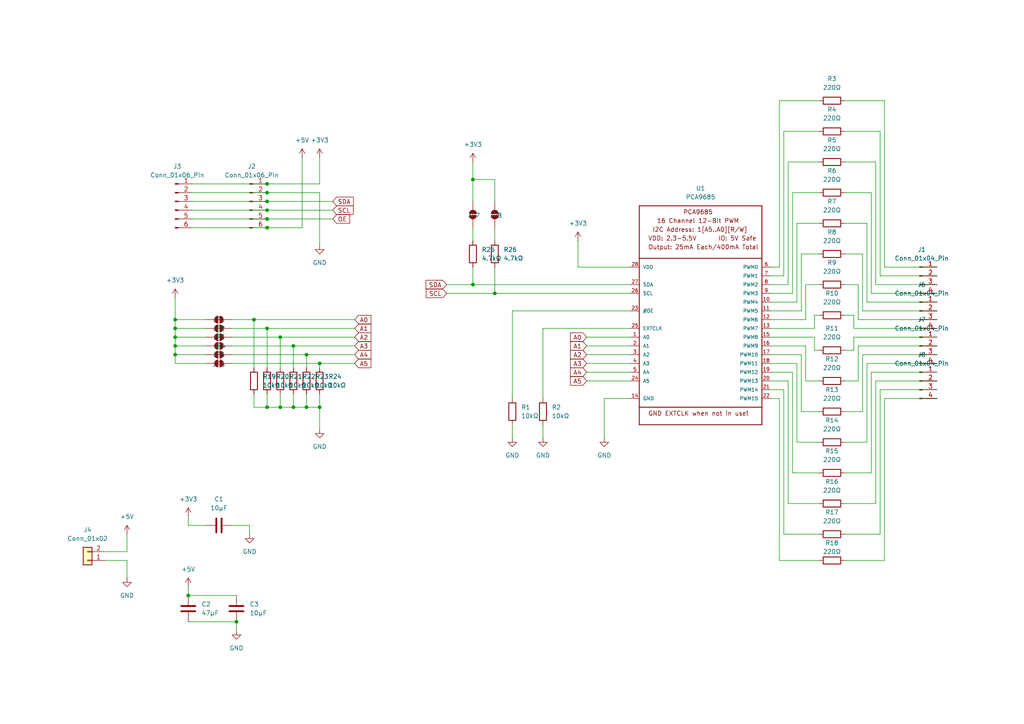
<source format=kicad_sch>
(kicad_sch (version 20231120) (generator "eeschema") (generator_version "8.0")
  (paper "A4")
  (lib_symbols
    (symbol "Connector:Conn_01x04_Pin" (pin_names (offset 1.016) hide)
      (property "Reference" "J" (at 0 5.08 0))
      (property "Value" "Conn_01x04_Pin" (at 0 -7.62 0))
      (symbol "Conn_01x04_Pin_1_1"
        (polyline (pts (xy 1.27 -5.08) (xy 0.8636 -5.08)) (stroke (width 0.1524)))
        (polyline (pts (xy 1.27 -2.54) (xy 0.8636 -2.54)) (stroke (width 0.1524)))
        (polyline (pts (xy 1.27 0) (xy 0.8636 0)) (stroke (width 0.1524)))
        (polyline (pts (xy 1.27 2.54) (xy 0.8636 2.54)) (stroke (width 0.1524)))
        (rectangle (start 0.8636 -4.953) (end 0 -5.207) (stroke (width 0.1524)) (fill (type outline)))
        (rectangle (start 0.8636 -2.413) (end 0 -2.667) (stroke (width 0.1524)) (fill (type outline)))
        (rectangle (start 0.8636 0.127) (end 0 -0.127) (stroke (width 0.1524)) (fill (type outline)))
        (rectangle (start 0.8636 2.667) (end 0 2.413) (stroke (width 0.1524)) (fill (type outline)))
        (pin passive line (at 5.08 2.54 180) (length 3.81) (name "Pin_1") (number "1"))
        (pin passive line (at 5.08 0 180) (length 3.81) (name "Pin_2") (number "2"))
        (pin passive line (at 5.08 -2.54 180) (length 3.81) (name "Pin_3") (number "3"))
        (pin passive line (at 5.08 -5.08 180) (length 3.81) (name "Pin_4") (number "4"))
      )
    )
    (symbol "Connector:Conn_01x06_Pin" (pin_names (offset 1.016) hide)
      (property "Reference" "J" (at 0 7.62 0))
      (property "Value" "Conn_01x06_Pin" (at 0 -10.16 0))
      (symbol "Conn_01x06_Pin_1_1"
        (polyline (pts (xy 1.27 -7.62) (xy 0.8636 -7.62)) (stroke (width 0.1524)))
        (polyline (pts (xy 1.27 -5.08) (xy 0.8636 -5.08)) (stroke (width 0.1524)))
        (polyline (pts (xy 1.27 -2.54) (xy 0.8636 -2.54)) (stroke (width 0.1524)))
        (polyline (pts (xy 1.27 0) (xy 0.8636 0)) (stroke (width 0.1524)))
        (polyline (pts (xy 1.27 2.54) (xy 0.8636 2.54)) (stroke (width 0.1524)))
        (polyline (pts (xy 1.27 5.08) (xy 0.8636 5.08)) (stroke (width 0.1524)))
        (rectangle (start 0.8636 -7.493) (end 0 -7.747) (stroke (width 0.1524)) (fill (type outline)))
        (rectangle (start 0.8636 -4.953) (end 0 -5.207) (stroke (width 0.1524)) (fill (type outline)))
        (rectangle (start 0.8636 -2.413) (end 0 -2.667) (stroke (width 0.1524)) (fill (type outline)))
        (rectangle (start 0.8636 0.127) (end 0 -0.127) (stroke (width 0.1524)) (fill (type outline)))
        (rectangle (start 0.8636 2.667) (end 0 2.413) (stroke (width 0.1524)) (fill (type outline)))
        (rectangle (start 0.8636 5.207) (end 0 4.953) (stroke (width 0.1524)) (fill (type outline)))
        (pin passive line (at 5.08 5.08 180) (length 3.81) (name "Pin_1") (number "1"))
        (pin passive line (at 5.08 2.54 180) (length 3.81) (name "Pin_2") (number "2"))
        (pin passive line (at 5.08 0 180) (length 3.81) (name "Pin_3") (number "3"))
        (pin passive line (at 5.08 -2.54 180) (length 3.81) (name "Pin_4") (number "4"))
        (pin passive line (at 5.08 -5.08 180) (length 3.81) (name "Pin_5") (number "5"))
        (pin passive line (at 5.08 -7.62 180) (length 3.81) (name "Pin_6") (number "6"))
      )
    )
    (symbol "Connector_Generic:Conn_01x02" (pin_names (offset 1.016) hide)
      (property "Reference" "J" (at 0 2.54 0))
      (property "Value" "Conn_01x02" (at 0 -5.08 0))
      (symbol "Conn_01x02_1_1"
        (rectangle (start -1.27 -2.413) (end 0 -2.667) (stroke (width 0.1524)))
        (rectangle (start -1.27 0.127) (end 0 -0.127) (stroke (width 0.1524)))
        (rectangle (start -1.27 1.27) (end 1.27 -3.81) (stroke (width 0.254)) (fill (type background)))
        (pin passive line (at -5.08 0 0) (length 3.81) (name "Pin_1") (number "1"))
        (pin passive line (at -5.08 -2.54 0) (length 3.81) (name "Pin_2") (number "2"))
      )
    )
    (symbol "Device:C" (pin_numbers hide) (pin_names (offset 0.254))
      (property "Reference" "C" (at 0.635 2.54 0))
      (property "Value" "C" (at 0.635 -2.54 0))
      (symbol "C_0_1"
        (polyline (pts (xy -2.032 -0.762) (xy 2.032 -0.762)) (stroke (width 0.508)))
        (polyline (pts (xy -2.032 0.762) (xy 2.032 0.762)) (stroke (width 0.508)))
      )
      (symbol "C_1_1"
        (pin passive line (at 0 3.81 270) (length 2.794) (name "~") (number "1"))
        (pin passive line (at 0 -3.81 90) (length 2.794) (name "~") (number "2"))
      )
    )
    (symbol "Device:R" (pin_numbers hide) (pin_names (offset 0))
      (property "Reference" "R" (at 2.032 0 90))
      (property "Value" "R" (at 0 0 90))
      (symbol "R_0_1"
        (rectangle (start -1.016 -2.54) (end 1.016 2.54) (stroke (width 0.254)))
      )
      (symbol "R_1_1"
        (pin passive line (at 0 3.81 270) (length 1.27) (name "~") (number "1"))
        (pin passive line (at 0 -3.81 90) (length 1.27) (name "~") (number "2"))
      )
    )
    (symbol "Jumper:SolderJumper_2_Open" (pin_numbers hide) (pin_names (offset 0) hide) (exclude_from_sim yes) (in_bom no)
      (property "Reference" "JP" (at 0 2.032 0))
      (property "Value" "SolderJumper_2_Open" (at 0 -2.54 0))
      (symbol "SolderJumper_2_Open_0_1"
        (arc (start -0.254 1.016) (mid -1.2656 0) (end -0.254 -1.016))
        (arc (start -0.254 1.016) (mid -1.2656 0) (end -0.254 -1.016) (fill (type outline)))
        (polyline (pts (xy -0.254 1.016) (xy -0.254 -1.016)))
        (polyline (pts (xy 0.254 1.016) (xy 0.254 -1.016)))
        (arc (start 0.254 -1.016) (mid 1.2656 0) (end 0.254 1.016))
        (arc (start 0.254 -1.016) (mid 1.2656 0) (end 0.254 1.016) (fill (type outline)))
      )
      (symbol "SolderJumper_2_Open_1_1"
        (pin passive line (at -3.81 0 0) (length 2.54) (name "A") (number "1"))
        (pin passive line (at 3.81 0 180) (length 2.54) (name "B") (number "2"))
      )
    )
    (symbol "PCA9685:PCA9685" (pin_names (offset 1.016))
      (property "Reference" "U" (at -17.78 35.56 0))
      (property "Value" "PCA9685" (at -17.78 -33.02 0))
      (symbol "PCA9685_0_0"
        (polyline (pts (xy -17.78 -30.48) (xy -17.78 -25.4)) (stroke (width 0.254)))
        (polyline (pts (xy -17.78 -25.4) (xy -17.78 17.78)) (stroke (width 0.254)))
        (polyline (pts (xy -17.78 -25.4) (xy 17.78 -25.4)) (stroke (width 0.254)))
        (polyline (pts (xy -17.78 17.78) (xy -17.78 33.02)) (stroke (width 0.254)))
        (polyline (pts (xy -17.78 17.78) (xy 17.78 17.78)) (stroke (width 0.254)))
        (polyline (pts (xy -17.78 33.02) (xy 17.78 33.02)) (stroke (width 0.254)))
        (polyline (pts (xy 17.78 -30.48) (xy -17.78 -30.48)) (stroke (width 0.254)))
        (polyline (pts (xy 17.78 17.78) (xy 17.78 -30.48)) (stroke (width 0.254)))
        (polyline (pts (xy 17.78 17.78) (xy 17.78 33.02)) (stroke (width 0.254)))
        (text "16 Channel 12-Bit PWM" (at -12.7 27.94 0) (effects (font (size 1.27 1.27)) (justify left bottom)))
        (text "GND EXTCLK when not in use!" (at -15.24 -27.94 0) (effects (font (size 1.27 1.27)) (justify left bottom)))
        (text "I2C Address: 1[A5..A0][R/W]" (at -13.97 25.4 0) (effects (font (size 1.27 1.27)) (justify left bottom)))
        (text "IO: 5V Safe" (at 5.08 22.86 0) (effects (font (size 1.27 1.27)) (justify left bottom)))
        (text "Output: 25mA Each/400mA Total" (at -15.24 20.32 0) (effects (font (size 1.27 1.27)) (justify left bottom)))
        (text "PCA9685" (at -5.08 30.48 0) (effects (font (size 1.27 1.27)) (justify left bottom)))
        (text "VDD: 2.3-5.5V" (at -15.24 22.86 0) (effects (font (size 1.27 1.27)) (justify left bottom)))
        (pin bidirectional line (at -20.32 -5.08 0) (length 2.54) (name "A0") (number "1"))
        (pin output line (at 20.32 5.08 180) (length 2.54) (name "PWM4") (number "10"))
        (pin output line (at 20.32 2.54 180) (length 2.54) (name "PWM5") (number "11"))
        (pin output line (at 20.32 0 180) (length 2.54) (name "PWM6") (number "12"))
        (pin output line (at 20.32 -2.54 180) (length 2.54) (name "PWM7") (number "13"))
        (pin power_in line (at -20.32 -22.86 0) (length 2.54) (name "GND") (number "14"))
        (pin output line (at 20.32 -5.08 180) (length 2.54) (name "PWM8") (number "15"))
        (pin output line (at 20.32 -7.62 180) (length 2.54) (name "PWM9") (number "16"))
        (pin output line (at 20.32 -10.16 180) (length 2.54) (name "PWM10") (number "17"))
        (pin output line (at 20.32 -12.7 180) (length 2.54) (name "PWM11") (number "18"))
        (pin output line (at 20.32 -15.24 180) (length 2.54) (name "PWM12") (number "19"))
        (pin bidirectional line (at -20.32 -7.62 0) (length 2.54) (name "A1") (number "2"))
        (pin output line (at 20.32 -17.78 180) (length 2.54) (name "PWM13") (number "20"))
        (pin output line (at 20.32 -20.32 180) (length 2.54) (name "PWM14") (number "21"))
        (pin output line (at 20.32 -22.86 180) (length 2.54) (name "PWM15") (number "22"))
        (pin input line (at -20.32 2.54 0) (length 2.54) (name "#OE") (number "23"))
        (pin bidirectional line (at -20.32 -17.78 0) (length 2.54) (name "A5") (number "24"))
        (pin input line (at -20.32 -2.54 0) (length 2.54) (name "EXTCLK") (number "25"))
        (pin bidirectional line (at -20.32 7.62 0) (length 2.54) (name "SCL") (number "26"))
        (pin bidirectional line (at -20.32 10.16 0) (length 2.54) (name "SDA") (number "27"))
        (pin power_in line (at -20.32 15.24 0) (length 2.54) (name "VDD") (number "28"))
        (pin bidirectional line (at -20.32 -10.16 0) (length 2.54) (name "A2") (number "3"))
        (pin bidirectional line (at -20.32 -12.7 0) (length 2.54) (name "A3") (number "4"))
        (pin bidirectional line (at -20.32 -15.24 0) (length 2.54) (name "A4") (number "5"))
        (pin output line (at 20.32 15.24 180) (length 2.54) (name "PWM0") (number "6"))
        (pin output line (at 20.32 12.7 180) (length 2.54) (name "PWM1") (number "7"))
        (pin output line (at 20.32 10.16 180) (length 2.54) (name "PWM2") (number "8"))
        (pin output line (at 20.32 7.62 180) (length 2.54) (name "PWM3") (number "9"))
      )
    )
    (symbol "power:+3V3" (power) (pin_numbers hide) (pin_names (offset 0) hide)
      (property "Value" "+3V3" (at 0 3.556 0))
      (symbol "+3V3_0_1"
        (polyline (pts (xy -0.762 1.27) (xy 0 2.54)))
        (polyline (pts (xy 0 0) (xy 0 2.54)))
        (polyline (pts (xy 0 2.54) (xy 0.762 1.27)))
      )
      (symbol "+3V3_1_1"
        (pin power_in line (at 0 0 90) (length 0) (name "~") (number "1"))
      )
    )
    (symbol "power:+5V" (power) (pin_numbers hide) (pin_names (offset 0) hide)
      (property "Value" "+5V" (at 0 3.556 0))
      (symbol "+5V_0_1"
        (polyline (pts (xy -0.762 1.27) (xy 0 2.54)))
        (polyline (pts (xy 0 0) (xy 0 2.54)))
        (polyline (pts (xy 0 2.54) (xy 0.762 1.27)))
      )
      (symbol "+5V_1_1"
        (pin power_in line (at 0 0 90) (length 0) (name "~") (number "1"))
      )
    )
    (symbol "power:GND" (power) (pin_numbers hide) (pin_names (offset 0) hide)
      (property "Value" "GND" (at 0 -3.81 0))
      (symbol "GND_0_1"
        (polyline (pts (xy 0 0) (xy 0 -1.27) (xy 1.27 -1.27) (xy 0 -2.54) (xy -1.27 -1.27) (xy 0 -1.27)))
      )
      (symbol "GND_1_1"
        (pin power_in line (at 0 0 270) (length 0) (name "~") (number "1"))
      )
    )
  )
  (junction (at 92.71 105.41))
  (junction (at 77.47 60.96))
  (junction (at 137.16 52.07))
  (junction (at 73.66 92.71))
  (junction (at 85.09 100.33))
  (junction (at 77.47 55.88))
  (junction (at 77.47 95.25))
  (junction (at 77.47 58.42))
  (junction (at 81.28 118.11))
  (junction (at 54.61 172.72))
  (junction (at 81.28 97.79))
  (junction (at 77.47 66.04))
  (junction (at 50.8 97.79))
  (junction (at 77.47 118.11))
  (junction (at 85.09 118.11))
  (junction (at 77.47 53.34))
  (junction (at 50.8 95.25))
  (junction (at 92.71 118.11))
  (junction (at 50.8 100.33))
  (junction (at 68.58 180.34))
  (junction (at 88.9 102.87))
  (junction (at 88.9 118.11))
  (junction (at 50.8 92.71))
  (junction (at 143.51 85.09))
  (junction (at 77.47 63.5))
  (junction (at 50.8 102.87))
  (junction (at 137.16 82.55))
  (wire (pts (xy 255.27 80.01) (xy 271.78 80.01)))
  (wire (pts (xy 54.61 180.34) (xy 68.58 180.34)))
  (wire (pts (xy 77.47 95.25) (xy 77.47 106.68)))
  (wire (pts (xy 232.41 73.66) (xy 232.41 90.17)))
  (wire (pts (xy 229.87 107.95) (xy 223.52 107.95)))
  (wire (pts (xy 256.54 77.47) (xy 271.78 77.47)))
  (wire (pts (xy 252.73 137.16) (xy 252.73 107.95)))
  (wire (pts (xy 102.87 105.41) (xy 92.71 105.41)))
  (wire (pts (xy 167.64 69.85) (xy 167.64 77.47)))
  (wire (pts (xy 67.31 152.4) (xy 72.39 152.4)))
  (wire (pts (xy 77.47 63.5) (xy 96.52 63.5)))
  (wire (pts (xy 255.27 154.94) (xy 255.27 113.03)))
  (wire (pts (xy 85.09 114.3) (xy 85.09 118.11)))
  (wire (pts (xy 73.66 118.11) (xy 77.47 118.11)))
  (wire (pts (xy 227.33 154.94) (xy 237.49 154.94)))
  (wire (pts (xy 72.39 152.4) (xy 72.39 154.94)))
  (wire (pts (xy 247.65 101.6) (xy 247.65 97.79)))
  (wire (pts (xy 55.88 53.34) (xy 77.47 53.34)))
  (wire (pts (xy 228.6 146.05) (xy 228.6 110.49)))
  (wire (pts (xy 256.54 162.56) (xy 245.11 162.56)))
  (wire (pts (xy 50.8 86.36) (xy 50.8 92.71)))
  (wire (pts (xy 137.16 77.47) (xy 137.16 82.55)))
  (wire (pts (xy 92.71 105.41) (xy 92.71 106.68)))
  (wire (pts (xy 73.66 114.3) (xy 73.66 118.11)))
  (wire (pts (xy 250.19 73.66) (xy 250.19 90.17)))
  (wire (pts (xy 236.22 101.6) (xy 236.22 97.79)))
  (wire (pts (xy 50.8 97.79) (xy 59.69 97.79)))
  (wire (pts (xy 170.18 97.79) (xy 182.88 97.79)))
  (wire (pts (xy 256.54 162.56) (xy 256.54 115.57)))
  (wire (pts (xy 170.18 105.41) (xy 182.88 105.41)))
  (wire (pts (xy 236.22 95.25) (xy 223.52 95.25)))
  (wire (pts (xy 92.71 71.12) (xy 92.71 55.88)))
  (wire (pts (xy 102.87 95.25) (xy 77.47 95.25)))
  (wire (pts (xy 55.88 58.42) (xy 77.47 58.42)))
  (wire (pts (xy 102.87 100.33) (xy 85.09 100.33)))
  (wire (pts (xy 226.06 29.21) (xy 237.49 29.21)))
  (wire (pts (xy 228.6 46.99) (xy 228.6 82.55)))
  (wire (pts (xy 30.48 160.02) (xy 36.83 160.02)))
  (wire (pts (xy 236.22 91.44) (xy 237.49 91.44)))
  (wire (pts (xy 256.54 115.57) (xy 271.78 115.57)))
  (wire (pts (xy 175.26 115.57) (xy 175.26 127)))
  (wire (pts (xy 88.9 118.11) (xy 92.71 118.11)))
  (wire (pts (xy 254 46.99) (xy 245.11 46.99)))
  (wire (pts (xy 137.16 46.99) (xy 137.16 52.07)))
  (wire (pts (xy 81.28 118.11) (xy 85.09 118.11)))
  (wire (pts (xy 226.06 77.47) (xy 223.52 77.47)))
  (wire (pts (xy 36.83 160.02) (xy 36.83 154.94)))
  (wire (pts (xy 50.8 102.87) (xy 59.69 102.87)))
  (wire (pts (xy 248.92 110.49) (xy 245.11 110.49)))
  (wire (pts (xy 251.46 128.27) (xy 245.11 128.27)))
  (wire (pts (xy 231.14 87.63) (xy 223.52 87.63)))
  (wire (pts (xy 251.46 64.77) (xy 251.46 87.63)))
  (wire (pts (xy 30.48 162.56) (xy 36.83 162.56)))
  (wire (pts (xy 247.65 97.79) (xy 271.78 97.79)))
  (wire (pts (xy 227.33 154.94) (xy 227.33 113.03)))
  (wire (pts (xy 233.68 110.49) (xy 237.49 110.49)))
  (wire (pts (xy 256.54 29.21) (xy 256.54 77.47)))
  (wire (pts (xy 73.66 106.68) (xy 73.66 92.71)))
  (wire (pts (xy 247.65 95.25) (xy 271.78 95.25)))
  (wire (pts (xy 248.92 82.55) (xy 245.11 82.55)))
  (wire (pts (xy 255.27 154.94) (xy 245.11 154.94)))
  (wire (pts (xy 233.68 100.33) (xy 223.52 100.33)))
  (wire (pts (xy 236.22 91.44) (xy 236.22 95.25)))
  (wire (pts (xy 50.8 97.79) (xy 50.8 100.33)))
  (wire (pts (xy 254 146.05) (xy 254 110.49)))
  (wire (pts (xy 92.71 114.3) (xy 92.71 118.11)))
  (wire (pts (xy 250.19 102.87) (xy 271.78 102.87)))
  (wire (pts (xy 137.16 66.04) (xy 137.16 69.85)))
  (wire (pts (xy 229.87 55.88) (xy 229.87 85.09)))
  (wire (pts (xy 228.6 82.55) (xy 223.52 82.55)))
  (wire (pts (xy 81.28 97.79) (xy 102.87 97.79)))
  (wire (pts (xy 54.61 149.86) (xy 54.61 152.4)))
  (wire (pts (xy 250.19 90.17) (xy 271.78 90.17)))
  (wire (pts (xy 248.92 110.49) (xy 248.92 100.33)))
  (wire (pts (xy 250.19 119.38) (xy 250.19 102.87)))
  (wire (pts (xy 232.41 102.87) (xy 223.52 102.87)))
  (wire (pts (xy 226.06 29.21) (xy 226.06 77.47)))
  (wire (pts (xy 81.28 106.68) (xy 81.28 97.79)))
  (wire (pts (xy 229.87 55.88) (xy 237.49 55.88)))
  (wire (pts (xy 247.65 91.44) (xy 245.11 91.44)))
  (wire (pts (xy 229.87 85.09) (xy 223.52 85.09)))
  (wire (pts (xy 77.47 114.3) (xy 77.47 118.11)))
  (wire (pts (xy 255.27 38.1) (xy 245.11 38.1)))
  (wire (pts (xy 226.06 162.56) (xy 237.49 162.56)))
  (wire (pts (xy 248.92 82.55) (xy 248.92 92.71)))
  (wire (pts (xy 229.87 137.16) (xy 229.87 107.95)))
  (wire (pts (xy 88.9 114.3) (xy 88.9 118.11)))
  (wire (pts (xy 67.31 97.79) (xy 81.28 97.79)))
  (wire (pts (xy 50.8 100.33) (xy 59.69 100.33)))
  (wire (pts (xy 170.18 110.49) (xy 182.88 110.49)))
  (wire (pts (xy 92.71 118.11) (xy 92.71 124.46)))
  (wire (pts (xy 232.41 73.66) (xy 237.49 73.66)))
  (wire (pts (xy 248.92 92.71) (xy 271.78 92.71)))
  (wire (pts (xy 254 82.55) (xy 271.78 82.55)))
  (wire (pts (xy 251.46 87.63) (xy 271.78 87.63)))
  (wire (pts (xy 88.9 102.87) (xy 102.87 102.87)))
  (wire (pts (xy 148.59 115.57) (xy 148.59 90.17)))
  (wire (pts (xy 251.46 105.41) (xy 271.78 105.41)))
  (wire (pts (xy 226.06 115.57) (xy 223.52 115.57)))
  (wire (pts (xy 77.47 118.11) (xy 81.28 118.11)))
  (wire (pts (xy 87.63 66.04) (xy 77.47 66.04)))
  (wire (pts (xy 73.66 92.71) (xy 102.87 92.71)))
  (wire (pts (xy 251.46 128.27) (xy 251.46 105.41)))
  (wire (pts (xy 143.51 77.47) (xy 143.51 85.09)))
  (wire (pts (xy 247.65 101.6) (xy 245.11 101.6)))
  (wire (pts (xy 157.48 123.19) (xy 157.48 127)))
  (wire (pts (xy 50.8 95.25) (xy 50.8 97.79)))
  (wire (pts (xy 143.51 58.42) (xy 143.51 52.07)))
  (wire (pts (xy 254 46.99) (xy 254 82.55)))
  (wire (pts (xy 228.6 146.05) (xy 237.49 146.05)))
  (wire (pts (xy 255.27 38.1) (xy 255.27 80.01)))
  (wire (pts (xy 250.19 119.38) (xy 245.11 119.38)))
  (wire (pts (xy 143.51 66.04) (xy 143.51 69.85)))
  (wire (pts (xy 229.87 137.16) (xy 237.49 137.16)))
  (wire (pts (xy 87.63 45.72) (xy 87.63 66.04)))
  (wire (pts (xy 247.65 91.44) (xy 247.65 95.25)))
  (wire (pts (xy 255.27 113.03) (xy 271.78 113.03)))
  (wire (pts (xy 182.88 115.57) (xy 175.26 115.57)))
  (wire (pts (xy 68.58 180.34) (xy 68.58 182.88)))
  (wire (pts (xy 54.61 172.72) (xy 68.58 172.72)))
  (wire (pts (xy 231.14 64.77) (xy 231.14 87.63)))
  (wire (pts (xy 50.8 100.33) (xy 50.8 102.87)))
  (wire (pts (xy 50.8 92.71) (xy 59.69 92.71)))
  (wire (pts (xy 252.73 55.88) (xy 245.11 55.88)))
  (wire (pts (xy 231.14 105.41) (xy 223.52 105.41)))
  (wire (pts (xy 231.14 64.77) (xy 237.49 64.77)))
  (wire (pts (xy 92.71 53.34) (xy 77.47 53.34)))
  (wire (pts (xy 232.41 90.17) (xy 223.52 90.17)))
  (wire (pts (xy 170.18 102.87) (xy 182.88 102.87)))
  (wire (pts (xy 92.71 45.72) (xy 92.71 53.34)))
  (wire (pts (xy 236.22 97.79) (xy 223.52 97.79)))
  (wire (pts (xy 252.73 137.16) (xy 245.11 137.16)))
  (wire (pts (xy 233.68 110.49) (xy 233.68 100.33)))
  (wire (pts (xy 254 146.05) (xy 245.11 146.05)))
  (wire (pts (xy 137.16 82.55) (xy 182.88 82.55)))
  (wire (pts (xy 232.41 119.38) (xy 237.49 119.38)))
  (wire (pts (xy 55.88 60.96) (xy 77.47 60.96)))
  (wire (pts (xy 148.59 90.17) (xy 182.88 90.17)))
  (wire (pts (xy 236.22 101.6) (xy 237.49 101.6)))
  (wire (pts (xy 67.31 102.87) (xy 88.9 102.87)))
  (wire (pts (xy 227.33 80.01) (xy 223.52 80.01)))
  (wire (pts (xy 170.18 107.95) (xy 182.88 107.95)))
  (wire (pts (xy 85.09 100.33) (xy 85.09 106.68)))
  (wire (pts (xy 167.64 77.47) (xy 182.88 77.47)))
  (wire (pts (xy 54.61 170.18) (xy 54.61 172.72)))
  (wire (pts (xy 231.14 128.27) (xy 237.49 128.27)))
  (wire (pts (xy 143.51 85.09) (xy 182.88 85.09)))
  (wire (pts (xy 36.83 162.56) (xy 36.83 167.64)))
  (wire (pts (xy 50.8 102.87) (xy 50.8 105.41)))
  (wire (pts (xy 77.47 58.42) (xy 96.52 58.42)))
  (wire (pts (xy 228.6 110.49) (xy 223.52 110.49)))
  (wire (pts (xy 92.71 55.88) (xy 77.47 55.88)))
  (wire (pts (xy 227.33 38.1) (xy 237.49 38.1)))
  (wire (pts (xy 252.73 107.95) (xy 271.78 107.95)))
  (wire (pts (xy 85.09 118.11) (xy 88.9 118.11)))
  (wire (pts (xy 54.61 152.4) (xy 59.69 152.4)))
  (wire (pts (xy 81.28 114.3) (xy 81.28 118.11)))
  (wire (pts (xy 50.8 105.41) (xy 59.69 105.41)))
  (wire (pts (xy 67.31 105.41) (xy 92.71 105.41)))
  (wire (pts (xy 157.48 115.57) (xy 157.48 95.25)))
  (wire (pts (xy 67.31 100.33) (xy 85.09 100.33)))
  (wire (pts (xy 50.8 92.71) (xy 50.8 95.25)))
  (wire (pts (xy 129.54 85.09) (xy 143.51 85.09)))
  (wire (pts (xy 170.18 100.33) (xy 182.88 100.33)))
  (wire (pts (xy 50.8 95.25) (xy 59.69 95.25)))
  (wire (pts (xy 251.46 64.77) (xy 245.11 64.77)))
  (wire (pts (xy 233.68 92.71) (xy 223.52 92.71)))
  (wire (pts (xy 129.54 82.55) (xy 137.16 82.55)))
  (wire (pts (xy 55.88 55.88) (xy 77.47 55.88)))
  (wire (pts (xy 77.47 60.96) (xy 96.52 60.96)))
  (wire (pts (xy 231.14 128.27) (xy 231.14 105.41)))
  (wire (pts (xy 233.68 82.55) (xy 233.68 92.71)))
  (wire (pts (xy 227.33 113.03) (xy 223.52 113.03)))
  (wire (pts (xy 254 110.49) (xy 271.78 110.49)))
  (wire (pts (xy 88.9 106.68) (xy 88.9 102.87)))
  (wire (pts (xy 250.19 73.66) (xy 245.11 73.66)))
  (wire (pts (xy 256.54 29.21) (xy 245.11 29.21)))
  (wire (pts (xy 148.59 123.19) (xy 148.59 127)))
  (wire (pts (xy 226.06 162.56) (xy 226.06 115.57)))
  (wire (pts (xy 227.33 38.1) (xy 227.33 80.01)))
  (wire (pts (xy 228.6 46.99) (xy 237.49 46.99)))
  (wire (pts (xy 233.68 82.55) (xy 237.49 82.55)))
  (wire (pts (xy 248.92 100.33) (xy 271.78 100.33)))
  (wire (pts (xy 137.16 52.07) (xy 137.16 58.42)))
  (wire (pts (xy 232.41 119.38) (xy 232.41 102.87)))
  (wire (pts (xy 67.31 95.25) (xy 77.47 95.25)))
  (wire (pts (xy 252.73 55.88) (xy 252.73 85.09)))
  (wire (pts (xy 67.31 92.71) (xy 73.66 92.71)))
  (wire (pts (xy 55.88 66.04) (xy 77.47 66.04)))
  (wire (pts (xy 157.48 95.25) (xy 182.88 95.25)))
  (wire (pts (xy 55.88 63.5) (xy 77.47 63.5)))
  (wire (pts (xy 252.73 85.09) (xy 271.78 85.09)))
  (wire (pts (xy 143.51 52.07) (xy 137.16 52.07)))
  (global_label "A3" (shape input) (at 102.87 100.33 0) (property "Intersheetrefs" "${INTERSHEET_REFS}" (effects (hide yes))))
  (global_label "A3" (shape input) (at 170.18 105.41 180) (property "Intersheetrefs" "${INTERSHEET_REFS}" (effects (hide yes))))
  (global_label "OE" (shape input) (at 96.52 63.5 0) (property "Intersheetrefs" "${INTERSHEET_REFS}" (effects (hide yes))))
  (global_label "A5" (shape input) (at 102.87 105.41 0) (property "Intersheetrefs" "${INTERSHEET_REFS}" (effects (hide yes))))
  (global_label "A0" (shape input) (at 102.87 92.71 0) (property "Intersheetrefs" "${INTERSHEET_REFS}" (effects (hide yes))))
  (global_label "A4" (shape input) (at 170.18 107.95 180) (property "Intersheetrefs" "${INTERSHEET_REFS}" (effects (hide yes))))
  (global_label "A1" (shape input) (at 170.18 100.33 180) (property "Intersheetrefs" "${INTERSHEET_REFS}" (effects (hide yes))))
  (global_label "SCL" (shape input) (at 96.52 60.96 0) (property "Intersheetrefs" "${INTERSHEET_REFS}" (effects (hide yes))))
  (global_label "A4" (shape input) (at 102.87 102.87 0) (property "Intersheetrefs" "${INTERSHEET_REFS}" (effects (hide yes))))
  (global_label "A0" (shape input) (at 170.18 97.79 180) (property "Intersheetrefs" "${INTERSHEET_REFS}" (effects (hide yes))))
  (global_label "A5" (shape input) (at 170.18 110.49 180) (property "Intersheetrefs" "${INTERSHEET_REFS}" (effects (hide yes))))
  (global_label "A2" (shape input) (at 170.18 102.87 180) (property "Intersheetrefs" "${INTERSHEET_REFS}" (effects (hide yes))))
  (global_label "SDA" (shape input) (at 129.54 82.55 180) (property "Intersheetrefs" "${INTERSHEET_REFS}" (effects (hide yes))))
  (global_label "A1" (shape input) (at 102.87 95.25 0) (property "Intersheetrefs" "${INTERSHEET_REFS}" (effects (hide yes))))
  (global_label "SDA" (shape input) (at 96.52 58.42 0) (property "Intersheetrefs" "${INTERSHEET_REFS}" (effects (hide yes))))
  (global_label "A2" (shape input) (at 102.87 97.79 0) (property "Intersheetrefs" "${INTERSHEET_REFS}" (effects (hide yes))))
  (global_label "SCL" (shape input) (at 129.54 85.09 180) (property "Intersheetrefs" "${INTERSHEET_REFS}" (effects (hide yes))))
  (symbol (lib_id "Jumper:SolderJumper_2_Open") (at 63.5 95.25 0) (unit 1) (exclude_from_sim yes) (in_bom no)
    (property "Reference" "JP2" (at 63.5 95.25 0))
    (property "Value" "SolderJumper_2_Open" (effects (hide yes)))
    (property "Footprint" "Jumper:SolderJumper-2_P1.3mm_Open_RoundedPad1.0x1.5mm" (effects (hide yes)))
    (property "Description" "Solder Jumper, 2-pole, open" (effects (hide yes)))
  )
  (symbol (lib_id "power:+5V") (at 54.61 170.18 0) (unit 1)
    (property "Reference" "#PWR012" (effects (hide yes)))
    (property "Value" "+5V" (at 54.61 165.1 0))
    (property "Description" "Power symbol creates a global label with name \"+5V\"" (effects (hide yes)))
  )
  (symbol (lib_id "Device:R") (at 143.51 73.66 0) (unit 1)
    (property "Reference" "R26" (at 146.05 72.3899 0) (effects (justify left)))
    (property "Value" "4.7kΩ" (at 146.05 74.9299 0) (effects (justify left)))
    (property "Footprint" "Resistor_SMD:R_0805_2012Metric" (effects (hide yes)))
    (property "Description" "Resistor" (effects (hide yes)))
  )
  (symbol (lib_id "Jumper:SolderJumper_2_Open") (at 143.51 62.23 90) (unit 1) (exclude_from_sim yes) (in_bom no)
    (property "Reference" "JP8" (at 141.986 62.484 90) (effects (justify right)))
    (property "Value" "SolderJumper_2_Open" (effects (hide yes)))
    (property "Footprint" "Jumper:SolderJumper-2_P1.3mm_Open_RoundedPad1.0x1.5mm" (effects (hide yes)))
    (property "Description" "Solder Jumper, 2-pole, open" (effects (hide yes)))
  )
  (symbol (lib_id "Jumper:SolderJumper_2_Open") (at 63.5 105.41 0) (unit 1) (exclude_from_sim yes) (in_bom no)
    (property "Reference" "JP6" (at 63.5 105.664 0))
    (property "Value" "SolderJumper_2_Open" (effects (hide yes)))
    (property "Footprint" "Jumper:SolderJumper-2_P1.3mm_Open_RoundedPad1.0x1.5mm" (effects (hide yes)))
    (property "Description" "Solder Jumper, 2-pole, open" (effects (hide yes)))
  )
  (symbol (lib_id "Device:R") (at 241.3 55.88 90) (unit 1)
    (property "Reference" "R6" (at 241.3 49.53 90))
    (property "Value" "220Ω" (at 241.3 52.07 90))
    (property "Footprint" "Resistor_SMD:R_0402_1005Metric" (effects (hide yes)))
    (property "Description" "Resistor" (effects (hide yes)))
  )
  (symbol (lib_id "Jumper:SolderJumper_2_Open") (at 63.5 97.79 0) (unit 1) (exclude_from_sim yes) (in_bom no)
    (property "Reference" "JP3" (at 63.5 97.79 0))
    (property "Value" "SolderJumper_2_Open" (effects (hide yes)))
    (property "Footprint" "Jumper:SolderJumper-2_P1.3mm_Open_RoundedPad1.0x1.5mm" (effects (hide yes)))
    (property "Description" "Solder Jumper, 2-pole, open" (effects (hide yes)))
  )
  (symbol (lib_id "Connector:Conn_01x06_Pin") (at 50.8 58.42 0) (unit 1)
    (property "Reference" "J3" (at 51.435 48.26 0))
    (property "Value" "Conn_01x06_Pin" (at 51.435 50.8 0))
    (property "Footprint" "Connector_PinHeader_2.54mm:PinHeader_1x06_P2.54mm_Vertical" (effects (hide yes)))
    (property "Description" "Generic connector, single row, 01x06, script generated" (effects (hide yes)))
  )
  (symbol (lib_id "Device:C") (at 63.5 152.4 90) (unit 1)
    (property "Reference" "C1" (at 63.5 144.78 90))
    (property "Value" "10μF" (at 63.5 147.32 90))
    (property "Footprint" "Capacitor_SMD:C_0603_1608Metric" (effects (hide yes)))
    (property "Description" "Unpolarized capacitor" (effects (hide yes)))
  )
  (symbol (lib_id "power:+3V3") (at 54.61 149.86 0) (unit 1)
    (property "Reference" "#PWR09" (effects (hide yes)))
    (property "Value" "+3V3" (at 54.61 144.78 0))
    (property "Description" "Power symbol creates a global label with name \"+3V3\"" (effects (hide yes)))
  )
  (symbol (lib_id "power:+3V3") (at 137.16 46.99 0) (unit 1)
    (property "Reference" "#PWR06" (effects (hide yes)))
    (property "Value" "+3V3" (at 137.16 41.91 0))
    (property "Description" "Power symbol creates a global label with name \"+3V3\"" (effects (hide yes)))
  )
  (symbol (lib_id "power:GND") (at 36.83 167.64 0) (unit 1)
    (property "Reference" "#PWR015" (effects (hide yes)))
    (property "Value" "GND" (at 36.83 172.72 0))
    (property "Description" "Power symbol creates a global label with name \"GND\" , ground" (effects (hide yes)))
  )
  (symbol (lib_id "Device:C") (at 68.58 176.53 0) (unit 1)
    (property "Reference" "C3" (at 72.39 175.2599 0) (effects (justify left)))
    (property "Value" "10μF" (at 72.39 177.7999 0) (effects (justify left)))
    (property "Footprint" "Capacitor_SMD:C_0603_1608Metric" (effects (hide yes)))
    (property "Description" "Unpolarized capacitor" (effects (hide yes)))
  )
  (symbol (lib_id "Device:R") (at 241.3 29.21 90) (unit 1)
    (property "Reference" "R3" (at 241.3 22.86 90))
    (property "Value" "220Ω" (at 241.3 25.4 90))
    (property "Footprint" "Resistor_SMD:R_0402_1005Metric" (effects (hide yes)))
    (property "Description" "Resistor" (effects (hide yes)))
  )
  (symbol (lib_id "power:GND") (at 175.26 127 0) (unit 1)
    (property "Reference" "#PWR011" (effects (hide yes)))
    (property "Value" "GND" (at 175.26 132.08 0))
    (property "Description" "Power symbol creates a global label with name \"GND\" , ground" (effects (hide yes)))
  )
  (symbol (lib_id "Connector:Conn_01x04_Pin") (at 266.7 80.01 0) (unit 1)
    (property "Reference" "J1" (at 267.335 72.39 0))
    (property "Value" "Conn_01x04_Pin" (at 267.335 74.93 0))
    (property "Footprint" "Connector_PinHeader_2.54mm:PinHeader_1x04_P2.54mm_Vertical" (effects (hide yes)))
    (property "Description" "Generic connector, single row, 01x04, script generated" (effects (hide yes)))
  )
  (symbol (lib_id "Device:R") (at 77.47 110.49 180) (unit 1)
    (property "Reference" "R20" (at 80.01 109.2199 0) (effects (justify right)))
    (property "Value" "10kΩ" (at 80.01 111.7599 0) (effects (justify right)))
    (property "Footprint" "Resistor_SMD:R_0402_1005Metric" (effects (hide yes)))
    (property "Description" "Resistor" (effects (hide yes)))
  )
  (symbol (lib_id "Device:R") (at 241.3 38.1 90) (unit 1)
    (property "Reference" "R4" (at 241.3 31.75 90))
    (property "Value" "220Ω" (at 241.3 34.29 90))
    (property "Footprint" "Resistor_SMD:R_0402_1005Metric" (effects (hide yes)))
    (property "Description" "Resistor" (effects (hide yes)))
  )
  (symbol (lib_id "power:GND") (at 148.59 127 0) (unit 1)
    (property "Reference" "#PWR07" (effects (hide yes)))
    (property "Value" "GND" (at 148.59 132.08 0))
    (property "Description" "Power symbol creates a global label with name \"GND\" , ground" (effects (hide yes)))
  )
  (symbol (lib_id "Device:R") (at 241.3 128.27 90) (unit 1)
    (property "Reference" "R14" (at 241.3 121.92 90))
    (property "Value" "220Ω" (at 241.3 124.46 90))
    (property "Footprint" "Resistor_SMD:R_0402_1005Metric" (effects (hide yes)))
    (property "Description" "Resistor" (effects (hide yes)))
  )
  (symbol (lib_id "power:+3V3") (at 50.8 86.36 0) (unit 1)
    (property "Reference" "#PWR05" (effects (hide yes)))
    (property "Value" "+3V3" (at 50.8 81.28 0))
    (property "Description" "Power symbol creates a global label with name \"+3V3\"" (effects (hide yes)))
  )
  (symbol (lib_id "Device:C") (at 54.61 176.53 0) (unit 1)
    (property "Reference" "C2" (at 58.42 175.2599 0) (effects (justify left)))
    (property "Value" "47μF" (at 58.42 177.7999 0) (effects (justify left)))
    (property "Footprint" "Capacitor_SMD:C_0805_2012Metric" (effects (hide yes)))
    (property "Description" "Unpolarized capacitor" (effects (hide yes)))
  )
  (symbol (lib_id "PCA9685:PCA9685") (at 203.2 92.71 0) (unit 1)
    (property "Reference" "U1" (at 203.2 54.61 0))
    (property "Value" "PCA9685" (at 203.2 57.15 0))
    (property "Footprint" "Package_SO:TSSOP-28_4.4x9.7mm_P0.65mm" (effects (hide yes)))
    (property "MF" "NXP Semiconductors" (effects (hide yes)))
    (property "Description_1" "\nLED Driver 10000uA Supply Current Automotive 28-Pin TSSOP T/R\n" (effects (hide yes)))
    (property "Package" "None" (effects (hide yes)))
    (property "Price" "None" (effects (hide yes)))
    (property "SnapEDA_Link" "https://www.snapeda.com/parts/PCA9685/NXP+Semiconductors/view-part/?ref=snap" (effects (hide yes)))
    (property "MP" "PCA9685" (effects (hide yes)))
    (property "Purchase-URL" "https://www.snapeda.com/api/url_track_click_mouser/?unipart_id=7063435&manufacturer=NXP Semiconductors&part_name=PCA9685&search_term=None" (effects (hide yes)))
    (property "Availability" "Not in stock" (effects (hide yes)))
    (property "Check_prices" "https://www.snapeda.com/parts/PCA9685/NXP+Semiconductors/view-part/?ref=eda" (effects (hide yes)))
  )
  (symbol (lib_id "Device:R") (at 241.3 146.05 90) (unit 1)
    (property "Reference" "R16" (at 241.3 139.7 90))
    (property "Value" "220Ω" (at 241.3 142.24 90))
    (property "Footprint" "Resistor_SMD:R_0402_1005Metric" (effects (hide yes)))
    (property "Description" "Resistor" (effects (hide yes)))
  )
  (symbol (lib_id "power:GND") (at 68.58 182.88 0) (unit 1)
    (property "Reference" "#PWR013" (effects (hide yes)))
    (property "Value" "GND" (at 68.58 187.96 0))
    (property "Description" "Power symbol creates a global label with name \"GND\" , ground" (effects (hide yes)))
  )
  (symbol (lib_id "Jumper:SolderJumper_2_Open") (at 63.5 102.87 0) (unit 1) (exclude_from_sim yes) (in_bom no)
    (property "Reference" "JP5" (at 63.5 102.87 0))
    (property "Value" "SolderJumper_2_Open" (effects (hide yes)))
    (property "Footprint" "Jumper:SolderJumper-2_P1.3mm_Open_RoundedPad1.0x1.5mm" (effects (hide yes)))
    (property "Description" "Solder Jumper, 2-pole, open" (effects (hide yes)))
  )
  (symbol (lib_id "Device:R") (at 88.9 110.49 180) (unit 1)
    (property "Reference" "R23" (at 91.44 109.2199 0) (effects (justify right)))
    (property "Value" "10kΩ" (at 91.44 111.7599 0) (effects (justify right)))
    (property "Footprint" "Resistor_SMD:R_0402_1005Metric" (effects (hide yes)))
    (property "Description" "Resistor" (effects (hide yes)))
  )
  (symbol (lib_id "Connector:Conn_01x04_Pin") (at 266.7 100.33 0) (unit 1)
    (property "Reference" "J7" (at 267.335 92.71 0))
    (property "Value" "Conn_01x04_Pin" (at 267.335 95.25 0))
    (property "Footprint" "Connector_PinHeader_2.54mm:PinHeader_1x04_P2.54mm_Vertical" (effects (hide yes)))
    (property "Description" "Generic connector, single row, 01x04, script generated" (effects (hide yes)))
  )
  (symbol (lib_id "Jumper:SolderJumper_2_Open") (at 137.16 62.23 270) (unit 1) (exclude_from_sim yes) (in_bom no)
    (property "Reference" "JP7" (at 135.636 62.484 90) (effects (justify left)))
    (property "Value" "SolderJumper_2_Open" (effects (hide yes)))
    (property "Footprint" "Jumper:SolderJumper-2_P1.3mm_Open_RoundedPad1.0x1.5mm" (effects (hide yes)))
    (property "Description" "Solder Jumper, 2-pole, open" (effects (hide yes)))
  )
  (symbol (lib_id "Device:R") (at 85.09 110.49 180) (unit 1)
    (property "Reference" "R22" (at 87.63 109.2199 0) (effects (justify right)))
    (property "Value" "10kΩ" (at 87.63 111.7599 0) (effects (justify right)))
    (property "Footprint" "Resistor_SMD:R_0402_1005Metric" (effects (hide yes)))
    (property "Description" "Resistor" (effects (hide yes)))
  )
  (symbol (lib_id "Device:R") (at 241.3 82.55 90) (unit 1)
    (property "Reference" "R9" (at 241.3 76.2 90))
    (property "Value" "220Ω" (at 241.3 78.74 90))
    (property "Footprint" "Resistor_SMD:R_0402_1005Metric" (effects (hide yes)))
    (property "Description" "Resistor" (effects (hide yes)))
  )
  (symbol (lib_id "Device:R") (at 241.3 46.99 90) (unit 1)
    (property "Reference" "R5" (at 241.3 40.64 90))
    (property "Value" "220Ω" (at 241.3 43.18 90))
    (property "Footprint" "Resistor_SMD:R_0402_1005Metric" (effects (hide yes)))
    (property "Description" "Resistor" (effects (hide yes)))
  )
  (symbol (lib_id "power:GND") (at 92.71 71.12 0) (unit 1)
    (property "Reference" "#PWR03" (effects (hide yes)))
    (property "Value" "GND" (at 92.71 76.2 0))
    (property "Description" "Power symbol creates a global label with name \"GND\" , ground" (effects (hide yes)))
  )
  (symbol (lib_id "Device:R") (at 241.3 162.56 90) (unit 1)
    (property "Reference" "R18" (at 241.3 157.48 90))
    (property "Value" "220Ω" (at 241.3 160.02 90))
    (property "Footprint" "Resistor_SMD:R_0402_1005Metric" (effects (hide yes)))
    (property "Description" "Resistor" (effects (hide yes)))
  )
  (symbol (lib_id "Connector:Conn_01x04_Pin") (at 266.7 90.17 0) (unit 1)
    (property "Reference" "J6" (at 267.335 82.55 0))
    (property "Value" "Conn_01x04_Pin" (at 267.335 85.09 0))
    (property "Footprint" "Connector_PinHeader_2.54mm:PinHeader_1x04_P2.54mm_Vertical" (effects (hide yes)))
    (property "Description" "Generic connector, single row, 01x04, script generated" (effects (hide yes)))
  )
  (symbol (lib_id "Device:R") (at 92.71 110.49 180) (unit 1)
    (property "Reference" "R24" (at 95.25 109.2199 0) (effects (justify right)))
    (property "Value" "10kΩ" (at 95.25 111.7599 0) (effects (justify right)))
    (property "Footprint" "Resistor_SMD:R_0402_1005Metric" (effects (hide yes)))
    (property "Description" "Resistor" (effects (hide yes)))
  )
  (symbol (lib_id "power:+3V3") (at 167.64 69.85 0) (unit 1)
    (property "Reference" "#PWR04" (effects (hide yes)))
    (property "Value" "+3V3" (at 167.64 64.77 0))
    (property "Description" "Power symbol creates a global label with name \"+3V3\"" (effects (hide yes)))
  )
  (symbol (lib_id "Device:R") (at 241.3 73.66 90) (unit 1)
    (property "Reference" "R8" (at 241.3 67.31 90))
    (property "Value" "220Ω" (at 241.3 69.85 90))
    (property "Footprint" "Resistor_SMD:R_0402_1005Metric" (effects (hide yes)))
    (property "Description" "Resistor" (effects (hide yes)))
  )
  (symbol (lib_id "Device:R") (at 81.28 110.49 180) (unit 1)
    (property "Reference" "R21" (at 83.82 109.2199 0) (effects (justify right)))
    (property "Value" "10kΩ" (at 83.82 111.7599 0) (effects (justify right)))
    (property "Footprint" "Resistor_SMD:R_0402_1005Metric" (effects (hide yes)))
    (property "Description" "Resistor" (effects (hide yes)))
  )
  (symbol (lib_id "Device:R") (at 137.16 73.66 0) (unit 1)
    (property "Reference" "R25" (at 139.7 72.3899 0) (effects (justify left)))
    (property "Value" "4.7kΩ" (at 139.7 74.9299 0) (effects (justify left)))
    (property "Footprint" "Resistor_SMD:R_0805_2012Metric" (effects (hide yes)))
    (property "Description" "Resistor" (effects (hide yes)))
  )
  (symbol (lib_id "Device:R") (at 241.3 64.77 90) (unit 1)
    (property "Reference" "R7" (at 241.3 58.42 90))
    (property "Value" "220Ω" (at 241.3 60.96 90))
    (property "Footprint" "Resistor_SMD:R_0402_1005Metric" (effects (hide yes)))
    (property "Description" "Resistor" (effects (hide yes)))
  )
  (symbol (lib_id "Device:R") (at 241.3 91.44 90) (unit 1)
    (property "Reference" "R10" (at 241.3 85.09 90))
    (property "Value" "220Ω" (at 241.3 87.63 90))
    (property "Footprint" "Resistor_SMD:R_0402_1005Metric" (effects (hide yes)))
    (property "Description" "Resistor" (effects (hide yes)))
  )
  (symbol (lib_id "Device:R") (at 241.3 137.16 90) (unit 1)
    (property "Reference" "R15" (at 241.3 130.81 90))
    (property "Value" "220Ω" (at 241.3 133.35 90))
    (property "Footprint" "Resistor_SMD:R_0402_1005Metric" (effects (hide yes)))
    (property "Description" "Resistor" (effects (hide yes)))
  )
  (symbol (lib_id "Device:R") (at 241.3 119.38 90) (unit 1)
    (property "Reference" "R13" (at 241.3 113.03 90))
    (property "Value" "220Ω" (at 241.3 115.57 90))
    (property "Footprint" "Resistor_SMD:R_0402_1005Metric" (effects (hide yes)))
    (property "Description" "Resistor" (effects (hide yes)))
  )
  (symbol (lib_id "Connector:Conn_01x06_Pin") (at 72.39 58.42 0) (unit 1)
    (property "Reference" "J2" (at 73.025 48.26 0))
    (property "Value" "Conn_01x06_Pin" (at 73.025 50.8 0))
    (property "Footprint" "Connector_PinHeader_2.54mm:PinHeader_1x06_P2.54mm_Vertical" (effects (hide yes)))
    (property "Description" "Generic connector, single row, 01x06, script generated" (effects (hide yes)))
  )
  (symbol (lib_id "Device:R") (at 241.3 110.49 90) (unit 1)
    (property "Reference" "R12" (at 241.3 104.14 90))
    (property "Value" "220Ω" (at 241.3 106.68 90))
    (property "Footprint" "Resistor_SMD:R_0402_1005Metric" (effects (hide yes)))
    (property "Description" "Resistor" (effects (hide yes)))
  )
  (symbol (lib_id "Device:R") (at 241.3 154.94 90) (unit 1)
    (property "Reference" "R17" (at 241.3 148.59 90))
    (property "Value" "220Ω" (at 241.3 151.13 90))
    (property "Footprint" "Resistor_SMD:R_0402_1005Metric" (effects (hide yes)))
    (property "Description" "Resistor" (effects (hide yes)))
  )
  (symbol (lib_id "Jumper:SolderJumper_2_Open") (at 63.5 92.71 0) (unit 1) (exclude_from_sim yes) (in_bom no)
    (property "Reference" "JP1" (at 63.5 92.71 0))
    (property "Value" "SolderJumper_2_Open" (effects (hide yes)))
    (property "Footprint" "Jumper:SolderJumper-2_P1.3mm_Open_RoundedPad1.0x1.5mm" (effects (hide yes)))
    (property "Description" "Solder Jumper, 2-pole, open" (effects (hide yes)))
  )
  (symbol (lib_id "Device:R") (at 148.59 119.38 0) (unit 1)
    (property "Reference" "R1" (at 151.13 118.1099 0) (effects (justify left)))
    (property "Value" "10kΩ" (at 151.13 120.6499 0) (effects (justify left)))
    (property "Footprint" "Resistor_SMD:R_0402_1005Metric" (effects (hide yes)))
    (property "Description" "Resistor" (effects (hide yes)))
  )
  (symbol (lib_id "power:GND") (at 72.39 154.94 0) (unit 1)
    (property "Reference" "#PWR010" (effects (hide yes)))
    (property "Value" "GND" (at 72.39 160.02 0))
    (property "Description" "Power symbol creates a global label with name \"GND\" , ground" (effects (hide yes)))
  )
  (symbol (lib_id "Connector:Conn_01x04_Pin") (at 266.7 110.49 0) (unit 1)
    (property "Reference" "J8" (at 267.335 102.87 0))
    (property "Value" "Conn_01x04_Pin" (at 267.335 105.41 0))
    (property "Footprint" "Connector_PinHeader_2.54mm:PinHeader_1x04_P2.54mm_Vertical" (effects (hide yes)))
    (property "Description" "Generic connector, single row, 01x04, script generated" (effects (hide yes)))
  )
  (symbol (lib_id "power:GND") (at 92.71 124.46 0) (unit 1)
    (property "Reference" "#PWR014" (effects (hide yes)))
    (property "Value" "GND" (at 92.71 129.54 0))
    (property "Description" "Power symbol creates a global label with name \"GND\" , ground" (effects (hide yes)))
  )
  (symbol (lib_id "power:+5V") (at 87.63 45.72 0) (unit 1)
    (property "Reference" "#PWR01" (effects (hide yes)))
    (property "Value" "+5V" (at 87.63 40.64 0))
    (property "Description" "Power symbol creates a global label with name \"+5V\"" (effects (hide yes)))
  )
  (symbol (lib_id "Connector_Generic:Conn_01x02") (at 25.4 162.56 180) (unit 1)
    (property "Reference" "J4" (at 25.4 153.67 0))
    (property "Value" "Conn_01x02" (at 25.4 156.21 0))
    (property "Footprint" "Connector_Molex:Molex_KK-254_AE-6410-02A_1x02_P2.54mm_Vertical" (effects (hide yes)))
    (property "Description" "Generic connector, single row, 01x02, script generated (kicad-library-utils/schlib/autogen/connector/)" (effects (hide yes)))
  )
  (symbol (lib_id "Device:R") (at 157.48 119.38 0) (unit 1)
    (property "Reference" "R2" (at 160.02 118.1099 0) (effects (justify left)))
    (property "Value" "10kΩ" (at 160.02 120.6499 0) (effects (justify left)))
    (property "Footprint" "Resistor_SMD:R_0402_1005Metric" (effects (hide yes)))
    (property "Description" "Resistor" (effects (hide yes)))
  )
  (symbol (lib_id "Jumper:SolderJumper_2_Open") (at 63.5 100.33 0) (unit 1) (exclude_from_sim yes) (in_bom no)
    (property "Reference" "JP4" (at 63.754 100.33 0))
    (property "Value" "SolderJumper_2_Open" (effects (hide yes)))
    (property "Footprint" "Jumper:SolderJumper-2_P1.3mm_Open_RoundedPad1.0x1.5mm" (effects (hide yes)))
    (property "Description" "Solder Jumper, 2-pole, open" (effects (hide yes)))
  )
  (symbol (lib_id "power:+5V") (at 36.83 154.94 0) (unit 1)
    (property "Reference" "#PWR016" (effects (hide yes)))
    (property "Value" "+5V" (at 36.83 149.86 0))
    (property "Description" "Power symbol creates a global label with name \"+5V\"" (effects (hide yes)))
  )
  (symbol (lib_id "power:GND") (at 157.48 127 0) (unit 1)
    (property "Reference" "#PWR08" (effects (hide yes)))
    (property "Value" "GND" (at 157.48 132.08 0))
    (property "Description" "Power symbol creates a global label with name \"GND\" , ground" (effects (hide yes)))
  )
  (symbol (lib_id "Device:R") (at 73.66 110.49 180) (unit 1)
    (property "Reference" "R19" (at 76.2 109.2199 0) (effects (justify right)))
    (property "Value" "10kΩ" (at 76.2 111.7599 0) (effects (justify right)))
    (property "Footprint" "Resistor_SMD:R_0402_1005Metric" (effects (hide yes)))
    (property "Description" "Resistor" (effects (hide yes)))
  )
  (symbol (lib_id "power:+3V3") (at 92.71 45.72 0) (unit 1)
    (property "Reference" "#PWR02" (effects (hide yes)))
    (property "Value" "+3V3" (at 92.71 40.64 0))
    (property "Description" "Power symbol creates a global label with name \"+3V3\"" (effects (hide yes)))
  )
  (symbol (lib_id "Device:R") (at 241.3 101.6 90) (unit 1)
    (property "Reference" "R11" (at 241.3 95.25 90))
    (property "Value" "220Ω" (at 241.3 97.79 90))
    (property "Footprint" "Resistor_SMD:R_0402_1005Metric" (effects (hide yes)))
    (property "Description" "Resistor" (effects (hide yes)))
  )
)
</source>
